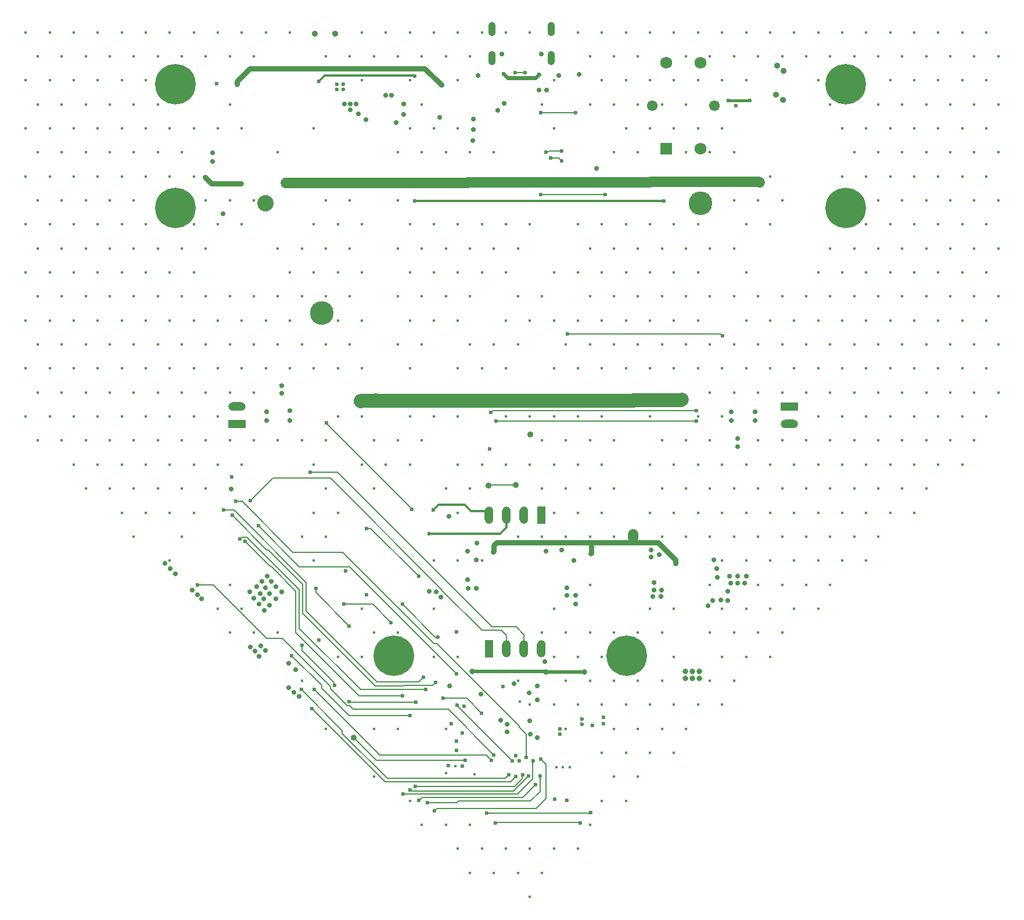
<source format=gbl>
G04*
G04 #@! TF.GenerationSoftware,Altium Limited,Altium Designer,23.8.1 (32)*
G04*
G04 Layer_Physical_Order=4*
G04 Layer_Color=16711680*
%FSLAX25Y25*%
%MOIN*%
G70*
G04*
G04 #@! TF.SameCoordinates,36DDD1C1-7BD6-4DAF-97DA-8CC6A3F3F012*
G04*
G04*
G04 #@! TF.FilePolarity,Positive*
G04*
G01*
G75*
%ADD12C,0.00787*%
%ADD17C,0.01968*%
%ADD18C,0.02362*%
%ADD19C,0.01575*%
%ADD21C,0.03150*%
%ADD94C,0.13583*%
%ADD95C,0.09400*%
%ADD104C,0.03543*%
%ADD105C,0.03150*%
%ADD108C,0.01181*%
%ADD109C,0.05906*%
%ADD111C,0.07874*%
%ADD114C,0.06102*%
%ADD115R,0.06890X0.06890*%
%ADD116C,0.06890*%
%ADD117R,0.10000X0.05000*%
%ADD118O,0.10000X0.05000*%
%ADD119O,0.05000X0.10000*%
%ADD120R,0.05000X0.10000*%
%ADD121C,0.23228*%
%ADD122C,0.02756*%
%ADD123O,0.04134X0.08268*%
%ADD124C,0.02362*%
%ADD125C,0.01575*%
%ADD126C,0.03937*%
D12*
X27748Y388000D02*
X29273Y386476D01*
X23000Y388000D02*
X27748D01*
X20500Y391500D02*
X20801Y391801D01*
X21902D01*
X22076Y391976D01*
X29273D01*
X-119500Y105500D02*
Y108500D01*
X-101133Y85633D02*
Y87133D01*
Y85633D02*
X-101000Y85500D01*
X-119500Y105500D02*
X-101133Y87133D01*
X-103362Y83522D02*
X-93478Y73638D01*
X-92138D01*
X-90335Y71835D02*
X-35733D01*
X-103362Y83522D02*
Y84862D01*
X-140000Y112500D02*
X-131000D01*
X-103362Y84862D01*
X-92138Y73638D02*
X-90335Y71835D01*
X-153976Y190976D02*
X-124798Y161798D01*
X-96298D01*
X-157727Y190976D02*
X-153976D01*
X-61266Y85362D02*
X-44703D01*
X-43065Y87000D01*
X-77665Y85165D02*
X-61463D01*
X-43065Y87000D02*
X-43000D01*
X-61463Y85165D02*
X-61266Y85362D01*
X-76500Y87500D02*
X-52500D01*
X-50000Y90000D01*
X-95727Y131976D02*
X-78976D01*
X-68500Y121500D01*
X12862Y31862D02*
Y41862D01*
X13000Y42000D01*
X7000Y21000D02*
X14500Y28500D01*
X4000Y23000D02*
X12862Y31862D01*
X14775Y14775D02*
X20500Y20500D01*
X17500Y42938D02*
X20500Y39938D01*
Y20500D02*
Y39938D01*
X-52500Y19500D02*
X-52159D01*
X-50659Y21000D01*
X7000D01*
X2657Y437150D02*
X8420D01*
X-119227Y126727D02*
Y143476D01*
Y126727D02*
X-77665Y85165D01*
X-121227Y118227D02*
X-86000Y83000D01*
X-79000D02*
X-79000Y83000D01*
X-86000Y83000D02*
X-79000D01*
X-79000Y83000D02*
X-48500D01*
X-121227Y118227D02*
Y140476D01*
X-123227Y115727D02*
X-86750Y79250D01*
X-123227Y115727D02*
Y139476D01*
X-86750Y79250D02*
X-61750D01*
X-3000Y32000D02*
X-1000Y34000D01*
X-70676Y32000D02*
X-3000D01*
X-96451Y57775D02*
X-70676Y32000D01*
X-62Y30000D02*
X2938Y33000D01*
X-72000Y30000D02*
X-62D01*
X-114000Y72000D02*
X-72000Y30000D01*
X-8274Y6726D02*
X39774D01*
X-8500Y6500D02*
X-8274Y6726D01*
X39774D02*
X40000Y6500D01*
X-43500Y13500D02*
X-42225Y14775D01*
X14775D01*
X-92500Y76000D02*
X-92369Y75869D01*
X-54500D01*
X-54369Y75739D01*
X-54428Y27500D02*
X2500D01*
X-54441Y27514D02*
X-54428Y27500D01*
X-30006Y73006D02*
X1000Y42000D01*
X-30500Y73680D02*
Y74000D01*
Y73680D02*
X-30006Y73187D01*
Y73006D02*
Y73187D01*
X-38500Y78000D02*
X-25000D01*
X-16500Y69500D01*
X-41726Y113226D02*
X-41500Y113000D01*
X-43226Y113226D02*
X-41726D01*
X-62000Y132000D02*
X-43226Y113226D01*
X-13500Y12000D02*
X45180D01*
X45680Y12500D01*
X46000D01*
X17500Y42938D02*
Y43000D01*
X-117227Y128227D02*
X-76500Y87500D01*
X-47500Y18000D02*
X-31000D01*
X-29835Y19165D01*
X-1116Y19000D02*
X11500D01*
X-1281Y19165D02*
X-1116Y19000D01*
X-29835Y19165D02*
X-1281D01*
X11500Y19000D02*
X17000Y24500D01*
Y33500D01*
X-117227Y128227D02*
Y144476D01*
X-92500Y68000D02*
X-57500D01*
X-108362Y83862D02*
X-92500Y68000D01*
X-61500Y23000D02*
X4000D01*
X-125531Y102469D02*
X-108362Y85299D01*
Y83862D02*
Y85299D01*
X-170476Y142976D02*
X-140000Y112500D01*
X-57500Y25305D02*
X-57039Y24844D01*
X1844D01*
X-57500Y25305D02*
Y25500D01*
X1844Y24844D02*
X10500Y33500D01*
X8941Y44059D02*
Y57559D01*
Y44059D02*
X9000Y44000D01*
X5000Y61500D02*
X8941Y57559D01*
X-43835Y109335D02*
X-42216D01*
X5000Y62119D01*
Y61500D02*
Y62119D01*
X-96298Y161798D02*
X-43835Y109335D01*
X2500Y27500D02*
X6835Y31835D01*
X-111727Y138727D02*
Y140976D01*
Y138727D02*
X-92500Y119500D01*
X6835Y33835D02*
X7000Y34000D01*
X6835Y31835D02*
Y33835D01*
X2938Y33000D02*
X3000D01*
X-96451Y57775D02*
Y59451D01*
X-120000Y83000D02*
X-96451Y59451D01*
X-35733Y71835D02*
X-9449Y45551D01*
X-112500Y83000D02*
X-75000Y45500D01*
X-14000D02*
X-11000Y42500D01*
X-75000Y45500D02*
X-14000D01*
X-90000Y55500D02*
X-77000Y42500D01*
X-26000D01*
X-92300Y153362D02*
X-30941Y92003D01*
X-121114Y153362D02*
X-92300D01*
X-144727Y176976D02*
X-121114Y153362D01*
X2750Y200250D02*
X3000Y200500D01*
X-12250Y200250D02*
X2750D01*
X-12500Y200000D02*
X-12250Y200250D01*
X-179727Y142976D02*
X-170476D01*
X-80252Y175500D02*
X-52727Y147976D01*
X-82500Y175500D02*
X-80252D01*
X-136203Y204500D02*
X-103381D01*
X-16346Y116976D02*
X-5227D01*
X-39441Y140070D02*
X-16346Y116976D01*
X-39441Y140070D02*
Y140560D01*
X-103381Y204500D02*
X-39441Y140560D01*
X-149227Y191476D02*
X-136203Y204500D01*
X-158727Y185976D02*
X-117227Y144476D01*
X-138864Y163113D02*
X-119227Y143476D01*
X-164727Y185976D02*
X-158727D01*
X-159727Y182976D02*
X-139865Y163113D01*
X-114883Y207883D02*
X-99383D01*
X-10476Y118976D01*
X3273D01*
X-56500Y186500D02*
Y186750D01*
X-105500Y235750D02*
X-56500Y186750D01*
X-105500Y235750D02*
Y236000D01*
X-154176Y170476D02*
X-151227D01*
X-155176Y169476D02*
X-154176Y170476D01*
X-155227Y169476D02*
X-155176D01*
X-139865Y163113D02*
X-138864D01*
X-151227Y170476D02*
X-121227Y140476D01*
X-137864Y153613D02*
X-137364D01*
X-152227Y167976D02*
X-137864Y153613D01*
X-137364D02*
X-123227Y139476D01*
X17273Y366976D02*
X54273D01*
X32773Y286976D02*
X120453D01*
X121453Y285976D01*
X121773D01*
X17273Y413976D02*
X37273D01*
X7773Y106476D02*
Y114476D01*
X3273Y118976D02*
X7773Y114476D01*
X-2227Y106476D02*
Y113976D01*
X-5227Y116976D02*
X-2227Y113976D01*
X-10908Y241976D02*
X-9908Y242976D01*
X106773D01*
X-11227Y241976D02*
X-10908D01*
X-8227Y236976D02*
X106773D01*
D17*
X20180Y93000D02*
X42500D01*
X19680Y93500D02*
X20180Y93000D01*
X-22000Y93500D02*
X19680D01*
D18*
X-3815Y436388D02*
X-1427Y434000D01*
X14297D02*
X16273Y435976D01*
X-1427Y434000D02*
X14297D01*
D19*
X125097Y421066D02*
X137434D01*
X125030Y421133D02*
X125097Y421066D01*
X137434D02*
X137500Y421000D01*
D21*
X-156973Y430476D02*
Y432027D01*
X-149500Y439500D02*
X-49252D01*
X-156973Y432027D02*
X-149500Y439500D01*
X-49252D02*
X-39727Y429976D01*
X-171510Y373466D02*
X-154677D01*
X-175154Y377110D02*
X-171510Y373466D01*
X84717Y167476D02*
X94773Y157421D01*
Y155476D02*
Y157421D01*
X46273Y167476D02*
X84717D01*
X-7882D02*
X46273D01*
X46216Y161232D02*
X46273Y161289D01*
Y167476D01*
X-9727Y165631D02*
X-7882Y167476D01*
X-10035Y162232D02*
X-9727Y162539D01*
Y165631D01*
D94*
X109208Y362188D02*
D03*
X-108292Y299188D02*
D03*
D95*
X-140692Y362188D02*
D03*
D104*
X-112318Y459389D02*
D03*
X-100507D02*
D03*
X-128000Y373500D02*
D03*
X153000Y441000D02*
D03*
X156812Y438027D02*
D03*
X156391Y421333D02*
D03*
X152457Y424500D02*
D03*
X-90000Y55500D02*
D03*
X70500Y248500D02*
D03*
X11500Y229500D02*
D03*
X-12500Y200000D02*
D03*
X3000Y200500D02*
D03*
X70500Y172000D02*
D03*
D105*
X108500Y89500D02*
D03*
X104500D02*
D03*
X100500D02*
D03*
X108500Y93500D02*
D03*
X104500D02*
D03*
X100500D02*
D03*
X42500Y93000D02*
D03*
X20500D02*
D03*
X-22000Y93500D02*
D03*
D108*
X-55000Y363500D02*
X88000D01*
X-106500Y435500D02*
X-55500D01*
X-55000Y435000D01*
X-110000Y432000D02*
X-106500Y435500D01*
X-41227Y188976D02*
X-26227D01*
X-44227Y185976D02*
X-41227Y188976D01*
X-26227D02*
X-22684Y185433D01*
X-46727Y172476D02*
X-5956D01*
X-2227Y176204D01*
Y182976D01*
X-22684Y185433D02*
X-13992D01*
X-12227Y183668D01*
Y182976D02*
Y183668D01*
D109*
X80773Y374476D02*
X142524D01*
X143000Y374000D01*
X-128000Y373833D02*
X-24449Y373833D01*
X-129000Y373833D02*
X-128000D01*
X70500Y170000D02*
Y172000D01*
X-24449Y373833D02*
X-24306Y373976D01*
X79773D01*
D111*
X-85758Y248742D02*
X-77081D01*
X-86000Y248500D02*
X-85758Y248742D01*
X70500Y248976D02*
X97773D01*
X-77315D02*
X-77081Y248742D01*
X70266D01*
X70500Y248976D01*
X97773D02*
X98273Y249476D01*
D114*
X81556Y417976D02*
D03*
X116989D02*
D03*
D115*
X89430Y393370D02*
D03*
D116*
Y442582D02*
D03*
X109115Y393370D02*
D03*
Y442582D02*
D03*
D117*
X160000Y245500D02*
D03*
X-157000Y235500D02*
D03*
D118*
X160000D02*
D03*
X-157000Y245500D02*
D03*
D119*
X17773Y106476D02*
D03*
X7773D02*
D03*
X-2227D02*
D03*
X-12227Y182976D02*
D03*
X-2227D02*
D03*
X7773D02*
D03*
D120*
X-12227Y106476D02*
D03*
X17773Y182976D02*
D03*
D121*
X192351Y430279D02*
D03*
X-66929Y102338D02*
D03*
X66929D02*
D03*
X-192294Y359413D02*
D03*
Y430279D02*
D03*
X192351Y359413D02*
D03*
D122*
X-4855Y447606D02*
D03*
X17900D02*
D03*
X16273Y426976D02*
D03*
X-171000Y386000D02*
D03*
Y391000D02*
D03*
X-42500Y139000D02*
D03*
X-182727Y139976D02*
D03*
X-179727Y137476D02*
D03*
X-192227Y149476D02*
D03*
X-195227Y152476D02*
D03*
X-177227Y134976D02*
D03*
X-198227Y155476D02*
D03*
X-121227Y78976D02*
D03*
X-127227Y83976D02*
D03*
X-123227Y94476D02*
D03*
X-127227Y97976D02*
D03*
X-46727Y139476D02*
D03*
X-124227Y81476D02*
D03*
X-144227Y131976D02*
D03*
X-141727Y134976D02*
D03*
X-134727Y141976D02*
D03*
X-138227Y137976D02*
D03*
X-134727Y134976D02*
D03*
X-138227Y131476D02*
D03*
X-143727Y137976D02*
D03*
X-141227Y128476D02*
D03*
X-147227Y135476D02*
D03*
X-131227Y138976D02*
D03*
X-160227Y197976D02*
D03*
X-145727Y141976D02*
D03*
X-149727Y138976D02*
D03*
X-140727Y141476D02*
D03*
X-142727Y144976D02*
D03*
X-139727Y147976D02*
D03*
X-137227Y144976D02*
D03*
X-140727Y105476D02*
D03*
X-149227Y107476D02*
D03*
X-144227Y101976D02*
D03*
X-143227Y107976D02*
D03*
X-146727Y104976D02*
D03*
X-40000Y136000D02*
D03*
X-88735Y419079D02*
D03*
X-91855Y415654D02*
D03*
X-92041Y419079D02*
D03*
X-95331Y419181D02*
D03*
X-35227Y182476D02*
D03*
X-131227Y257476D02*
D03*
Y252976D02*
D03*
X130273Y222476D02*
D03*
Y226976D02*
D03*
X-7227Y415476D02*
D03*
X-3727Y419476D02*
D03*
X-140000Y237500D02*
D03*
Y242500D02*
D03*
X-126727Y237476D02*
D03*
Y242976D02*
D03*
X126773Y237476D02*
D03*
Y242476D02*
D03*
X140500Y237500D02*
D03*
Y242500D02*
D03*
X27773Y435476D02*
D03*
X20773Y426976D02*
D03*
X-18727Y435476D02*
D03*
X-40727Y411476D02*
D03*
X-21227Y410476D02*
D03*
Y404476D02*
D03*
X-61227Y418976D02*
D03*
Y412976D02*
D03*
X-65727Y408476D02*
D03*
X-68227Y423976D02*
D03*
X-71727D02*
D03*
X-87306Y413373D02*
D03*
X-82822Y410122D02*
D03*
X-165000Y356000D02*
D03*
X15273Y84976D02*
D03*
X10773Y80976D02*
D03*
X15273Y76976D02*
D03*
Y55476D02*
D03*
X11000Y65000D02*
D03*
X-35000Y85000D02*
D03*
X11500Y57500D02*
D03*
X2065Y86302D02*
D03*
X19773Y98976D02*
D03*
X-17000Y80500D02*
D03*
X-2000Y63000D02*
D03*
X-5500Y65500D02*
D03*
X-1748Y58733D02*
D03*
X81773Y136476D02*
D03*
X82273Y139976D02*
D03*
X124773Y139476D02*
D03*
X116773Y157476D02*
D03*
X118773Y147476D02*
D03*
X118273Y152476D02*
D03*
X135273Y147976D02*
D03*
X130273D02*
D03*
X125773D02*
D03*
X134273Y143976D02*
D03*
X130273D02*
D03*
X126273D02*
D03*
X86273Y136476D02*
D03*
X82273Y144476D02*
D03*
X86773Y139976D02*
D03*
X85273Y160476D02*
D03*
X80773Y158976D02*
D03*
Y162976D02*
D03*
X32273Y136976D02*
D03*
X37273Y131976D02*
D03*
X32273Y141476D02*
D03*
X37273Y136976D02*
D03*
X20273Y162476D02*
D03*
X36273Y156976D02*
D03*
X29273Y162976D02*
D03*
X-19227Y166976D02*
D03*
X-19727Y157476D02*
D03*
X-24727Y162476D02*
D03*
Y145976D02*
D03*
X-24227Y140976D02*
D03*
X-19727D02*
D03*
X113273Y130976D02*
D03*
X116222Y134220D02*
D03*
X120773Y134476D02*
D03*
X124773Y133976D02*
D03*
X39273Y435976D02*
D03*
X-21727Y397976D02*
D03*
X49273Y381976D02*
D03*
X94773Y155476D02*
D03*
D123*
X-10485Y461976D02*
D03*
X23530D02*
D03*
X-10485Y445519D02*
D03*
X23530D02*
D03*
D124*
X23000Y388000D02*
D03*
X20500Y391500D02*
D03*
X-43000Y87000D02*
D03*
X-50000Y90000D02*
D03*
X-68500Y121500D02*
D03*
X13000Y42000D02*
D03*
X14500Y28500D02*
D03*
X-52500Y19500D02*
D03*
X8420Y437150D02*
D03*
X2657D02*
D03*
X47000Y62500D02*
D03*
X-4208Y84775D02*
D03*
X-110000Y111500D02*
D03*
X-119500Y108500D02*
D03*
X88000Y363500D02*
D03*
X-55000D02*
D03*
Y435000D02*
D03*
X-110000Y432000D02*
D03*
X143000Y374000D02*
D03*
X125030Y421133D02*
D03*
X129500Y418000D02*
D03*
X137500Y421000D02*
D03*
X-160000Y205000D02*
D03*
X-82500Y137500D02*
D03*
X-34000Y63500D02*
D03*
X-26500Y73500D02*
D03*
X-27500Y58000D02*
D03*
X-31000Y48000D02*
D03*
Y53500D02*
D03*
X53500Y67000D02*
D03*
Y63500D02*
D03*
X41000Y66000D02*
D03*
Y63000D02*
D03*
X28500Y60500D02*
D03*
Y57500D02*
D03*
X3000Y45000D02*
D03*
X32500Y19500D02*
D03*
X25500Y20000D02*
D03*
X-35500Y39500D02*
D03*
X-27500Y39000D02*
D03*
X40000Y6500D02*
D03*
X-54369Y75739D02*
D03*
X-54441Y27514D02*
D03*
X-30500Y74000D02*
D03*
X-38500Y78000D02*
D03*
X-41500Y113000D02*
D03*
X-16500Y69500D02*
D03*
X-43500Y13500D02*
D03*
X46000Y12500D02*
D03*
X-13500Y12000D02*
D03*
X-8500Y6500D02*
D03*
X17500Y43000D02*
D03*
X-48500Y83000D02*
D03*
X-47500Y18000D02*
D03*
X17000Y33500D02*
D03*
X-61750Y79250D02*
D03*
X-57500Y68000D02*
D03*
X-61500Y23000D02*
D03*
X-125531Y102469D02*
D03*
X-57500Y25500D02*
D03*
X10500Y33500D02*
D03*
X9000Y44000D02*
D03*
X-92500Y119500D02*
D03*
Y76000D02*
D03*
X7000Y34000D02*
D03*
X5000Y42000D02*
D03*
X-101000Y85500D02*
D03*
X-114000Y72000D02*
D03*
X3000Y33000D02*
D03*
X-30941Y92003D02*
D03*
X1000Y42000D02*
D03*
X-120000Y83000D02*
D03*
X-1000Y34000D02*
D03*
X-9449Y45551D02*
D03*
X-112500Y83000D02*
D03*
X-11000Y42500D02*
D03*
X-26000D02*
D03*
X-154677Y373466D02*
D03*
X-175154Y377110D02*
D03*
X-96000Y427500D02*
D03*
Y430500D02*
D03*
X-99500Y427500D02*
D03*
Y430500D02*
D03*
X-12000Y221000D02*
D03*
X-31000Y116000D02*
D03*
X-168485Y430740D02*
D03*
X-156973Y430476D02*
D03*
X-94500Y151000D02*
D03*
X-62000Y132000D02*
D03*
X-82500Y175500D02*
D03*
X-111727Y140976D02*
D03*
X-157727Y190976D02*
D03*
X-149227Y191476D02*
D03*
X-164727Y185976D02*
D03*
X-159727Y182976D02*
D03*
X-56500Y186500D02*
D03*
X-105500Y236000D02*
D03*
X-179727Y142976D02*
D03*
X-52727Y147976D02*
D03*
X-95727Y131976D02*
D03*
X-144727Y176976D02*
D03*
X-155227Y169476D02*
D03*
X-152227Y167976D02*
D03*
X-114883Y207883D02*
D03*
X-44227Y185976D02*
D03*
X54273Y366976D02*
D03*
X17273D02*
D03*
X29273Y386476D02*
D03*
Y391976D02*
D03*
X121773Y285976D02*
D03*
X32773Y286976D02*
D03*
X-39727Y429976D02*
D03*
X37273Y413976D02*
D03*
X17273D02*
D03*
X-3815Y436388D02*
D03*
X16273Y435976D02*
D03*
X-11227Y241976D02*
D03*
X106773Y242976D02*
D03*
X-8227Y236976D02*
D03*
X106773D02*
D03*
X-46727Y172476D02*
D03*
X46216Y161232D02*
D03*
X-10035Y162232D02*
D03*
D125*
X273060Y460157D02*
D03*
X279950Y446378D02*
D03*
X273060Y432598D02*
D03*
X279950Y418818D02*
D03*
X273060Y405039D02*
D03*
X279950Y391259D02*
D03*
X273060Y377480D02*
D03*
X279950Y363700D02*
D03*
X273060Y349921D02*
D03*
X279950Y336141D02*
D03*
X273060Y322362D02*
D03*
X279950Y308582D02*
D03*
X273060Y294803D02*
D03*
X279950Y281023D02*
D03*
X273060Y267244D02*
D03*
X279950Y253464D02*
D03*
X273060Y239685D02*
D03*
X259281Y460157D02*
D03*
X266170Y446378D02*
D03*
X259281Y432598D02*
D03*
X266170Y418818D02*
D03*
X259281Y405039D02*
D03*
X266170Y391259D02*
D03*
X259281Y377480D02*
D03*
X266170Y363700D02*
D03*
X259281Y349921D02*
D03*
X266170Y336141D02*
D03*
X259281Y322362D02*
D03*
X266170Y308582D02*
D03*
X259281Y294803D02*
D03*
X266170Y281023D02*
D03*
X259281Y267244D02*
D03*
X266170Y253464D02*
D03*
X259281Y239685D02*
D03*
X266170Y225905D02*
D03*
X259281Y212125D02*
D03*
X245501Y460157D02*
D03*
X252391Y446378D02*
D03*
X245501Y432598D02*
D03*
X252391Y418818D02*
D03*
X245501Y405039D02*
D03*
X252391Y391259D02*
D03*
X245501Y377480D02*
D03*
X252391Y363700D02*
D03*
X245501Y349921D02*
D03*
X252391Y336141D02*
D03*
X245501Y322362D02*
D03*
X252391Y308582D02*
D03*
X245501Y294803D02*
D03*
X252391Y281023D02*
D03*
X245501Y267244D02*
D03*
X252391Y253464D02*
D03*
X245501Y239685D02*
D03*
X252391Y225905D02*
D03*
X245501Y212125D02*
D03*
X231721Y460157D02*
D03*
X238611Y446378D02*
D03*
X231721Y432598D02*
D03*
X238611Y418818D02*
D03*
X231721Y405039D02*
D03*
X238611Y391259D02*
D03*
X231721Y377480D02*
D03*
X238611Y363700D02*
D03*
X231721Y349921D02*
D03*
X238611Y336141D02*
D03*
X231721Y322362D02*
D03*
X238611Y308582D02*
D03*
X231721Y294803D02*
D03*
X238611Y281023D02*
D03*
X231721Y267244D02*
D03*
X238611Y253464D02*
D03*
X231721Y239685D02*
D03*
X238611Y225905D02*
D03*
X231721Y212125D02*
D03*
X238611Y198346D02*
D03*
X231721Y184566D02*
D03*
X217942Y460157D02*
D03*
X224832Y446378D02*
D03*
X217942Y432598D02*
D03*
X224832Y418818D02*
D03*
X217942Y405039D02*
D03*
X224832Y391259D02*
D03*
X217942Y377480D02*
D03*
X224832Y363700D02*
D03*
X217942Y349921D02*
D03*
X224832Y336141D02*
D03*
X217942Y322362D02*
D03*
X224832Y308582D02*
D03*
X217942Y294803D02*
D03*
X224832Y281023D02*
D03*
X217942Y267244D02*
D03*
X224832Y253464D02*
D03*
X217942Y239685D02*
D03*
X224832Y225905D02*
D03*
X217942Y212125D02*
D03*
X224832Y198346D02*
D03*
X217942Y184566D02*
D03*
X204163Y460157D02*
D03*
X211052Y446378D02*
D03*
Y418818D02*
D03*
X204163Y405039D02*
D03*
X211052Y391259D02*
D03*
X204163Y377480D02*
D03*
X211052Y363700D02*
D03*
X204163Y349921D02*
D03*
X211052Y336141D02*
D03*
X204163Y322362D02*
D03*
X211052Y308582D02*
D03*
X204163Y294803D02*
D03*
X211052Y281023D02*
D03*
X204163Y267244D02*
D03*
X211052Y253464D02*
D03*
X204163Y239685D02*
D03*
X211052Y225905D02*
D03*
X204163Y212125D02*
D03*
X211052Y198346D02*
D03*
X204163Y184566D02*
D03*
X211052Y170787D02*
D03*
X204163Y157007D02*
D03*
X190383Y460157D02*
D03*
X197273Y446378D02*
D03*
X190383Y405039D02*
D03*
X197273Y391259D02*
D03*
X190383Y377480D02*
D03*
X197273Y336141D02*
D03*
X190383Y322362D02*
D03*
X197273Y308582D02*
D03*
X190383Y294803D02*
D03*
X197273Y281023D02*
D03*
X190383Y267244D02*
D03*
X197273Y253464D02*
D03*
X190383Y239685D02*
D03*
X197273Y225905D02*
D03*
X190383Y212125D02*
D03*
X197273Y198346D02*
D03*
X190383Y184566D02*
D03*
X197273Y170787D02*
D03*
X190383Y157007D02*
D03*
X176603Y460157D02*
D03*
X183493Y446378D02*
D03*
X176603Y432598D02*
D03*
X183493Y418818D02*
D03*
Y336141D02*
D03*
X176603Y322362D02*
D03*
X183493Y308582D02*
D03*
X176603Y294803D02*
D03*
X183493Y281023D02*
D03*
X176603Y267244D02*
D03*
X183493Y253464D02*
D03*
X176603Y239685D02*
D03*
X183493Y225905D02*
D03*
X176603Y212125D02*
D03*
X183493Y198346D02*
D03*
X176603Y184566D02*
D03*
X183493Y170787D02*
D03*
X176603Y157007D02*
D03*
X183493Y143228D02*
D03*
X176603Y129448D02*
D03*
X162824Y460157D02*
D03*
X169714Y446378D02*
D03*
Y308582D02*
D03*
X162824Y294803D02*
D03*
X169714Y281023D02*
D03*
X162824Y267244D02*
D03*
X169714Y253464D02*
D03*
Y225905D02*
D03*
X162824Y212125D02*
D03*
X169714Y198346D02*
D03*
X162824Y184566D02*
D03*
X169714Y170787D02*
D03*
X162824Y157007D02*
D03*
X169714Y143228D02*
D03*
X162824Y129448D02*
D03*
X149044Y460157D02*
D03*
X155934Y446378D02*
D03*
X149044Y377480D02*
D03*
X155934Y363700D02*
D03*
X149044Y349921D02*
D03*
X155934Y308582D02*
D03*
X149044Y294803D02*
D03*
X155934Y281023D02*
D03*
X149044Y267244D02*
D03*
X155934Y253464D02*
D03*
Y225905D02*
D03*
X149044Y212125D02*
D03*
X155934Y198346D02*
D03*
X149044Y184566D02*
D03*
X155934Y170787D02*
D03*
X149044Y157007D02*
D03*
X155934Y143228D02*
D03*
X149044Y129448D02*
D03*
X155934Y115669D02*
D03*
X149044Y101889D02*
D03*
X135265Y460157D02*
D03*
X142155Y446378D02*
D03*
X135265Y432598D02*
D03*
X142155Y363700D02*
D03*
X135265Y349921D02*
D03*
Y322362D02*
D03*
X142155Y308582D02*
D03*
X135265Y294803D02*
D03*
X142155Y281023D02*
D03*
X135265Y267244D02*
D03*
X142155Y253464D02*
D03*
Y225905D02*
D03*
X135265Y212125D02*
D03*
X142155Y198346D02*
D03*
X135265Y184566D02*
D03*
X142155Y170787D02*
D03*
X135265Y157007D02*
D03*
X142155Y143228D02*
D03*
X135265Y129448D02*
D03*
X142155Y115669D02*
D03*
X135265Y101889D02*
D03*
X121485Y460157D02*
D03*
X128375Y446378D02*
D03*
X121485Y432598D02*
D03*
Y405039D02*
D03*
X128375Y391259D02*
D03*
Y363700D02*
D03*
Y336141D02*
D03*
Y308582D02*
D03*
Y281023D02*
D03*
X121485Y267244D02*
D03*
X128375Y253464D02*
D03*
X121485Y239685D02*
D03*
Y212125D02*
D03*
X128375Y198346D02*
D03*
X121485Y184566D02*
D03*
X128375Y170787D02*
D03*
X121485Y157007D02*
D03*
Y129448D02*
D03*
X128375Y115669D02*
D03*
X121485Y101889D02*
D03*
X128375Y88110D02*
D03*
X121485Y74330D02*
D03*
X107706Y460157D02*
D03*
X114595Y446378D02*
D03*
X107706Y432598D02*
D03*
Y405039D02*
D03*
X114595Y391259D02*
D03*
X107706Y349921D02*
D03*
X114595Y336141D02*
D03*
X107706Y322362D02*
D03*
X114595Y308582D02*
D03*
X107706Y294803D02*
D03*
X114595Y281023D02*
D03*
X107706Y267244D02*
D03*
X114595Y253464D02*
D03*
X107706Y239685D02*
D03*
X114595Y225905D02*
D03*
X107706Y212125D02*
D03*
X114595Y198346D02*
D03*
X107706Y184566D02*
D03*
X114595Y170787D02*
D03*
Y143228D02*
D03*
Y115669D02*
D03*
Y88110D02*
D03*
X107706Y74330D02*
D03*
X93926Y460157D02*
D03*
X100816Y446378D02*
D03*
X93926Y432598D02*
D03*
X100816Y418818D02*
D03*
X93926Y405039D02*
D03*
X100816Y391259D02*
D03*
X93926Y349921D02*
D03*
X100816Y336141D02*
D03*
X93926Y322362D02*
D03*
X100816Y308582D02*
D03*
X93926Y294803D02*
D03*
X100816Y281023D02*
D03*
X93926Y267244D02*
D03*
X100816Y225905D02*
D03*
X93926Y212125D02*
D03*
X100816Y198346D02*
D03*
X93926Y184566D02*
D03*
X100816Y170787D02*
D03*
X93926Y129448D02*
D03*
Y101889D02*
D03*
Y74330D02*
D03*
X100816Y60551D02*
D03*
X93926Y46771D02*
D03*
X80147Y460157D02*
D03*
Y432598D02*
D03*
X87037Y418818D02*
D03*
X80147Y405039D02*
D03*
Y349921D02*
D03*
X87037Y336141D02*
D03*
X80147Y322362D02*
D03*
X87037Y308582D02*
D03*
X80147Y294803D02*
D03*
X87037Y281023D02*
D03*
X80147Y267244D02*
D03*
Y239685D02*
D03*
X87037Y225905D02*
D03*
X80147Y212125D02*
D03*
X87037Y198346D02*
D03*
X80147Y184566D02*
D03*
X87037Y170787D02*
D03*
X80147Y129448D02*
D03*
X87037Y115669D02*
D03*
Y88110D02*
D03*
X80147Y74330D02*
D03*
X87037Y60551D02*
D03*
X80147Y46771D02*
D03*
X66367Y460157D02*
D03*
X73257Y446378D02*
D03*
X66367Y432598D02*
D03*
X73257Y418818D02*
D03*
X66367Y405039D02*
D03*
X73257Y391259D02*
D03*
X66367Y349921D02*
D03*
X73257Y336141D02*
D03*
X66367Y322362D02*
D03*
X73257Y308582D02*
D03*
X66367Y294803D02*
D03*
X73257Y281023D02*
D03*
X66367Y267244D02*
D03*
X73257Y115669D02*
D03*
Y88110D02*
D03*
X66367Y74330D02*
D03*
X73257Y60551D02*
D03*
X66367Y46771D02*
D03*
X73257Y32992D02*
D03*
X66367Y19212D02*
D03*
X52588Y460157D02*
D03*
X59477Y446378D02*
D03*
X52588Y432598D02*
D03*
X59477Y418818D02*
D03*
Y391259D02*
D03*
X52588Y349921D02*
D03*
X59477Y336141D02*
D03*
X52588Y322362D02*
D03*
X59477Y308582D02*
D03*
X52588Y294803D02*
D03*
X59477Y281023D02*
D03*
X52588Y267244D02*
D03*
Y239685D02*
D03*
X59477Y225905D02*
D03*
X52588Y212125D02*
D03*
X59477Y198346D02*
D03*
X52588Y184566D02*
D03*
X59477Y170787D02*
D03*
Y115669D02*
D03*
X52588Y101889D02*
D03*
X59477Y88110D02*
D03*
X52588Y74330D02*
D03*
X59477Y60551D02*
D03*
X52588Y46771D02*
D03*
X59477Y32992D02*
D03*
X52588Y19212D02*
D03*
X38808Y460157D02*
D03*
X45698Y446378D02*
D03*
Y418818D02*
D03*
X38808Y349921D02*
D03*
X45698Y336141D02*
D03*
X38808Y322362D02*
D03*
X45698Y308582D02*
D03*
X38808Y294803D02*
D03*
X45698Y281023D02*
D03*
X38808Y267244D02*
D03*
Y239685D02*
D03*
X45698Y225905D02*
D03*
X38808Y212125D02*
D03*
X45698Y198346D02*
D03*
X38808Y184566D02*
D03*
X45698Y170787D02*
D03*
Y143228D02*
D03*
Y115669D02*
D03*
X38808Y101889D02*
D03*
X45698Y88110D02*
D03*
X38808Y74330D02*
D03*
X45698Y5432D02*
D03*
X38808Y-8347D02*
D03*
X25029Y432598D02*
D03*
Y405039D02*
D03*
Y322362D02*
D03*
Y294803D02*
D03*
X31918Y281023D02*
D03*
X25029Y267244D02*
D03*
Y239685D02*
D03*
X31918Y225905D02*
D03*
X25029Y212125D02*
D03*
X31918Y198346D02*
D03*
X25029Y184566D02*
D03*
X31918Y170787D02*
D03*
X25029Y129448D02*
D03*
X31918Y115669D02*
D03*
X25029Y101889D02*
D03*
X31918Y88110D02*
D03*
X25029Y74330D02*
D03*
X31918Y60551D02*
D03*
X25029Y-8347D02*
D03*
X11249Y460157D02*
D03*
X18139Y418818D02*
D03*
X11249Y349921D02*
D03*
X18139Y308582D02*
D03*
X11249Y294803D02*
D03*
Y239685D02*
D03*
X18139Y225905D02*
D03*
X11249Y212125D02*
D03*
X18139Y198346D02*
D03*
Y170787D02*
D03*
Y115669D02*
D03*
X11249Y74330D02*
D03*
Y-8347D02*
D03*
X18139Y-22127D02*
D03*
X11249Y-35906D02*
D03*
X-2530Y460157D02*
D03*
Y349921D02*
D03*
X4359Y336141D02*
D03*
X-2530Y322362D02*
D03*
X4359Y308582D02*
D03*
X-2530Y294803D02*
D03*
X4359Y281023D02*
D03*
X-2530Y267244D02*
D03*
Y239685D02*
D03*
Y212125D02*
D03*
X4359Y170787D02*
D03*
Y88110D02*
D03*
X-2530Y-8347D02*
D03*
X4359Y-22127D02*
D03*
X-16310Y460157D02*
D03*
X-9420Y391259D02*
D03*
X-16310Y349921D02*
D03*
X-9420Y336141D02*
D03*
X-16310Y322362D02*
D03*
X-9420Y281023D02*
D03*
X-16310Y267244D02*
D03*
Y212125D02*
D03*
Y157007D02*
D03*
Y-8347D02*
D03*
X-9420Y-22127D02*
D03*
X-30090Y460157D02*
D03*
X-23200Y446378D02*
D03*
X-30090Y432598D02*
D03*
Y405039D02*
D03*
X-23200Y391259D02*
D03*
X-30090Y349921D02*
D03*
X-23200Y336141D02*
D03*
X-30090Y322362D02*
D03*
X-23200Y308582D02*
D03*
X-30090Y294803D02*
D03*
X-23200Y281023D02*
D03*
X-30090Y267244D02*
D03*
Y239685D02*
D03*
Y212125D02*
D03*
X-23200Y198346D02*
D03*
X-30090Y184566D02*
D03*
Y157007D02*
D03*
Y101889D02*
D03*
X-23200Y5432D02*
D03*
X-30090Y-8347D02*
D03*
X-23200Y-22127D02*
D03*
X-43869Y460157D02*
D03*
X-36979Y446378D02*
D03*
X-43869Y405039D02*
D03*
X-36979Y391259D02*
D03*
X-43869Y349921D02*
D03*
X-36979Y336141D02*
D03*
X-43869Y322362D02*
D03*
X-36979Y308582D02*
D03*
X-43869Y294803D02*
D03*
Y239685D02*
D03*
X-36979Y198346D02*
D03*
X-43869Y157007D02*
D03*
Y129448D02*
D03*
Y101889D02*
D03*
X-36979Y60551D02*
D03*
Y5432D02*
D03*
X-57649Y460157D02*
D03*
X-50759Y446378D02*
D03*
X-57649Y432598D02*
D03*
X-50759Y418818D02*
D03*
X-57649Y405039D02*
D03*
X-50759Y391259D02*
D03*
X-57649Y349921D02*
D03*
X-50759Y336141D02*
D03*
X-57649Y322362D02*
D03*
X-50759Y308582D02*
D03*
X-57649Y294803D02*
D03*
X-50759Y281023D02*
D03*
X-57649Y267244D02*
D03*
Y239685D02*
D03*
X-50759Y225905D02*
D03*
X-57649Y212125D02*
D03*
Y19212D02*
D03*
X-50759Y5432D02*
D03*
X-71428Y460157D02*
D03*
X-64538Y446378D02*
D03*
Y391259D02*
D03*
Y363700D02*
D03*
Y336141D02*
D03*
Y308582D02*
D03*
Y281023D02*
D03*
Y225905D02*
D03*
X-71428Y212125D02*
D03*
X-64538Y115669D02*
D03*
Y60551D02*
D03*
X-85208Y460157D02*
D03*
X-78318Y446378D02*
D03*
X-85208Y432598D02*
D03*
Y349921D02*
D03*
Y322362D02*
D03*
Y294803D02*
D03*
Y267244D02*
D03*
Y239685D02*
D03*
X-78318Y225905D02*
D03*
X-85208Y212125D02*
D03*
X-78318Y198346D02*
D03*
X-85208Y129448D02*
D03*
X-78318Y115669D02*
D03*
X-85208Y101889D02*
D03*
X-78318Y60551D02*
D03*
Y32992D02*
D03*
X-92097Y446378D02*
D03*
Y363700D02*
D03*
X-98987Y349921D02*
D03*
X-92097Y336141D02*
D03*
X-98987Y322362D02*
D03*
X-92097Y308582D02*
D03*
X-98987Y294803D02*
D03*
X-92097Y281023D02*
D03*
X-98987Y267244D02*
D03*
Y239685D02*
D03*
Y184566D02*
D03*
Y101889D02*
D03*
X-105877Y446378D02*
D03*
X-112767Y405039D02*
D03*
X-105877Y363700D02*
D03*
X-112767Y349921D02*
D03*
X-105877Y336141D02*
D03*
X-112767Y322362D02*
D03*
X-105877Y308582D02*
D03*
Y281023D02*
D03*
X-112767Y267244D02*
D03*
X-105877Y225905D02*
D03*
X-112767Y212125D02*
D03*
X-105877Y198346D02*
D03*
X-112767Y184566D02*
D03*
X-105877Y170787D02*
D03*
X-112767Y157007D02*
D03*
X-105877Y60551D02*
D03*
X-126546Y460157D02*
D03*
X-119657Y336141D02*
D03*
X-126546Y322362D02*
D03*
X-119657Y308582D02*
D03*
X-126546Y294803D02*
D03*
X-119657Y281023D02*
D03*
X-126546Y267244D02*
D03*
X-119657Y225905D02*
D03*
Y170787D02*
D03*
Y88110D02*
D03*
X-140326Y460157D02*
D03*
X-133436Y391259D02*
D03*
Y336141D02*
D03*
Y308582D02*
D03*
X-140326Y294803D02*
D03*
X-133436Y281023D02*
D03*
X-140326Y267244D02*
D03*
X-133436Y225905D02*
D03*
Y115669D02*
D03*
X-154105Y460157D02*
D03*
X-147215Y446378D02*
D03*
X-154105Y405039D02*
D03*
X-147215Y363700D02*
D03*
X-154105Y349921D02*
D03*
X-147215Y308582D02*
D03*
X-154105Y294803D02*
D03*
X-147215Y281023D02*
D03*
X-154105Y267244D02*
D03*
X-147215Y253464D02*
D03*
Y225905D02*
D03*
X-154105Y212125D02*
D03*
Y129448D02*
D03*
X-147215Y115669D02*
D03*
X-167885Y460157D02*
D03*
X-160995Y446378D02*
D03*
Y418818D02*
D03*
X-167885Y405039D02*
D03*
X-160995Y363700D02*
D03*
X-167885Y349921D02*
D03*
X-160995Y308582D02*
D03*
X-167885Y294803D02*
D03*
X-160995Y281023D02*
D03*
X-167885Y267244D02*
D03*
X-160995Y253464D02*
D03*
X-167885Y239685D02*
D03*
X-160995Y225905D02*
D03*
X-167885Y212125D02*
D03*
X-160995Y143228D02*
D03*
X-167885Y129448D02*
D03*
X-160995Y115669D02*
D03*
X-181664Y460157D02*
D03*
X-174775Y446378D02*
D03*
X-181664Y405039D02*
D03*
Y377480D02*
D03*
X-174775Y363700D02*
D03*
X-181664Y349921D02*
D03*
X-174775Y336141D02*
D03*
X-181664Y322362D02*
D03*
X-174775Y308582D02*
D03*
X-181664Y294803D02*
D03*
X-174775Y281023D02*
D03*
X-181664Y267244D02*
D03*
X-174775Y253464D02*
D03*
X-181664Y239685D02*
D03*
X-174775Y225905D02*
D03*
X-181664Y212125D02*
D03*
X-174775Y198346D02*
D03*
X-181664Y184566D02*
D03*
X-195444Y460157D02*
D03*
X-188554Y446378D02*
D03*
X-195444Y405039D02*
D03*
X-188554Y391259D02*
D03*
X-195444Y377480D02*
D03*
X-188554Y336141D02*
D03*
X-195444Y322362D02*
D03*
X-188554Y308582D02*
D03*
X-195444Y294803D02*
D03*
X-188554Y281023D02*
D03*
X-195444Y267244D02*
D03*
X-188554Y253464D02*
D03*
X-195444Y239685D02*
D03*
X-188554Y225905D02*
D03*
X-195444Y212125D02*
D03*
X-188554Y198346D02*
D03*
X-195444Y184566D02*
D03*
X-188554Y170787D02*
D03*
X-195444Y157007D02*
D03*
X-209223Y460157D02*
D03*
X-202334Y446378D02*
D03*
X-209223Y432598D02*
D03*
X-202334Y418818D02*
D03*
X-209223Y405039D02*
D03*
X-202334Y391259D02*
D03*
X-209223Y377480D02*
D03*
Y349921D02*
D03*
X-202334Y336141D02*
D03*
X-209223Y322362D02*
D03*
X-202334Y308582D02*
D03*
X-209223Y294803D02*
D03*
X-202334Y281023D02*
D03*
X-209223Y267244D02*
D03*
X-202334Y253464D02*
D03*
X-209223Y239685D02*
D03*
X-202334Y225905D02*
D03*
X-209223Y212125D02*
D03*
X-202334Y198346D02*
D03*
X-209223Y184566D02*
D03*
X-223003Y460157D02*
D03*
X-216113Y446378D02*
D03*
X-223003Y432598D02*
D03*
X-216113Y418818D02*
D03*
X-223003Y405039D02*
D03*
X-216113Y391259D02*
D03*
X-223003Y377480D02*
D03*
X-216113Y363700D02*
D03*
X-223003Y349921D02*
D03*
X-216113Y336141D02*
D03*
X-223003Y322362D02*
D03*
X-216113Y308582D02*
D03*
X-223003Y294803D02*
D03*
X-216113Y281023D02*
D03*
X-223003Y267244D02*
D03*
X-216113Y253464D02*
D03*
X-223003Y239685D02*
D03*
X-216113Y225905D02*
D03*
X-223003Y212125D02*
D03*
X-216113Y198346D02*
D03*
X-223003Y184566D02*
D03*
X-216113Y170787D02*
D03*
X-236783Y460157D02*
D03*
X-229893Y446378D02*
D03*
X-236783Y432598D02*
D03*
X-229893Y418818D02*
D03*
X-236783Y405039D02*
D03*
X-229893Y391259D02*
D03*
X-236783Y377480D02*
D03*
X-229893Y363700D02*
D03*
X-236783Y349921D02*
D03*
X-229893Y336141D02*
D03*
X-236783Y322362D02*
D03*
X-229893Y308582D02*
D03*
X-236783Y294803D02*
D03*
X-229893Y281023D02*
D03*
X-236783Y267244D02*
D03*
X-229893Y253464D02*
D03*
X-236783Y239685D02*
D03*
X-229893Y225905D02*
D03*
X-236783Y212125D02*
D03*
X-229893Y198346D02*
D03*
X-250562Y460157D02*
D03*
X-243672Y446378D02*
D03*
X-250562Y432598D02*
D03*
X-243672Y418818D02*
D03*
X-250562Y405039D02*
D03*
X-243672Y391259D02*
D03*
X-250562Y377480D02*
D03*
X-243672Y363700D02*
D03*
X-250562Y349921D02*
D03*
X-243672Y336141D02*
D03*
X-250562Y322362D02*
D03*
X-243672Y308582D02*
D03*
X-250562Y294803D02*
D03*
X-243672Y281023D02*
D03*
X-250562Y267244D02*
D03*
X-243672Y253464D02*
D03*
X-250562Y239685D02*
D03*
X-243672Y225905D02*
D03*
X-250562Y212125D02*
D03*
X-243672Y198346D02*
D03*
X-264341Y460157D02*
D03*
X-257452Y446378D02*
D03*
X-264341Y432598D02*
D03*
X-257452Y418818D02*
D03*
X-264341Y405039D02*
D03*
X-257452Y391259D02*
D03*
X-264341Y377480D02*
D03*
X-257452Y363700D02*
D03*
X-264341Y349921D02*
D03*
X-257452Y336141D02*
D03*
X-264341Y322362D02*
D03*
X-257452Y308582D02*
D03*
X-264341Y294803D02*
D03*
X-257452Y281023D02*
D03*
X-264341Y267244D02*
D03*
X-257452Y253464D02*
D03*
X-264341Y239685D02*
D03*
X-257452Y225905D02*
D03*
X-278121Y460157D02*
D03*
X-271231Y446378D02*
D03*
X-278121Y432598D02*
D03*
X-271231Y418818D02*
D03*
X-278121Y405039D02*
D03*
X-271231Y391259D02*
D03*
X-278121Y377480D02*
D03*
X-271231Y363700D02*
D03*
X-278121Y349921D02*
D03*
X-271231Y336141D02*
D03*
X-278121Y322362D02*
D03*
X-271231Y308582D02*
D03*
X-278121Y294803D02*
D03*
X-271231Y281023D02*
D03*
X-278121Y267244D02*
D03*
X-271231Y253464D02*
D03*
X-278121Y239685D02*
D03*
X-271231Y225905D02*
D03*
X5500Y76000D02*
D03*
X34000Y38500D02*
D03*
X30000D02*
D03*
X26500D02*
D03*
X-37000Y35000D02*
D03*
X-31500Y39000D02*
D03*
X-20577Y34405D02*
D03*
D126*
X-86000Y248500D02*
D03*
X-77081Y248742D02*
D03*
X98273Y249476D02*
D03*
M02*

</source>
